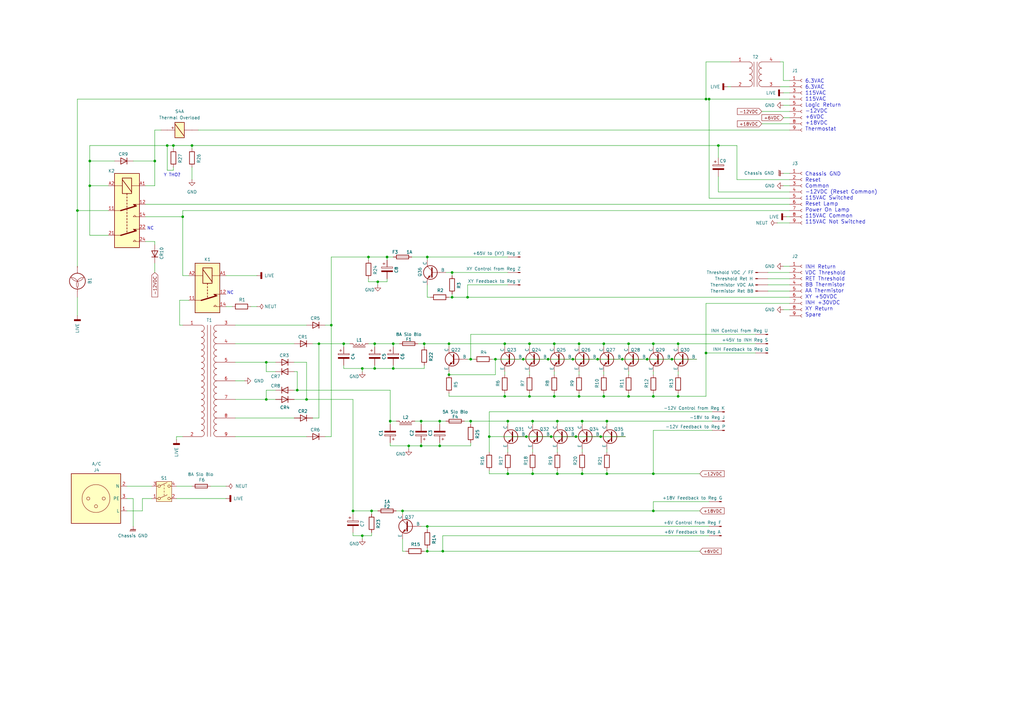
<source format=kicad_sch>
(kicad_sch (version 20250114) (generator "eeschema") (generator_version "9.0")
  (paper "A3")
  (text "Chassis GND\nReset\nCommon\n-12VDC (Reset Common)\n115VAC Switched\nReset Lamp\nPower On Lamp\n115VAC Common\n115VAC Not Switched" (at 330.2 81.28 0) (effects (font (size 1.524 1.524)) (justify left)))
  (text "NC" (at 61.722 93.726 0) (effects (font (size 1.27 1.27))))
  (text "Y THO?" (at 70.612 71.882 0) (effects (font (size 1.27 1.27))))
  (text "6.3VAC\n6.3VAC\n115VAC\n115VAC\nLogic Return\n-12VDC\n+6VDC\n+18VDC\nThermostat" (at 330.2 43.18 0) (effects (font (size 1.524 1.524)) (justify left)))
  (text "INH Return\nVDC Threshold\nRET Threshold\nBB Thermistor\nAA Thermistor\nXY +50VDC\nINH +30VDC\nXY Return\nSpare" (at 330.2 119.38 0) (effects (font (size 1.524 1.524)) (justify left)))
  (text "NC" (at 94.488 120.142 0) (effects (font (size 1.27 1.27))))
  (junction (at 248.92 194.31))
  (junction (at 257.81 162.56))
  (junction (at 228.6 194.31))
  (junction (at 184.15 153.67))
  (junction (at 191.77 121.92))
  (junction (at 257.81 140.97))
  (junction (at 245.11 147.32))
  (junction (at 247.65 162.56))
  (junction (at 246.38 179.07))
  (junction (at 218.44 172.72))
  (junction (at 267.97 162.56))
  (junction (at 193.04 147.32))
  (junction (at 71.12 59.69))
  (junction (at 275.59 147.32))
  (junction (at 193.04 172.72))
  (junction (at 36.83 66.04))
  (junction (at 172.72 172.72))
  (junction (at 289.56 144.78))
  (junction (at 278.13 162.56))
  (junction (at 140.97 140.97))
  (junction (at 227.33 162.56))
  (junction (at 185.42 111.76))
  (junction (at 148.59 219.71))
  (junction (at 175.26 105.41))
  (junction (at 218.44 194.31))
  (junction (at 208.28 172.72))
  (junction (at 161.29 140.97))
  (junction (at 237.49 140.97))
  (junction (at 200.66 179.07))
  (junction (at 125.73 163.83))
  (junction (at 267.97 140.97))
  (junction (at 203.2 147.32))
  (junction (at 265.43 147.32))
  (junction (at 184.15 140.97))
  (junction (at 109.22 148.59))
  (junction (at 154.94 115.57))
  (junction (at 144.78 209.55))
  (junction (at 226.06 179.07))
  (junction (at 185.42 121.92))
  (junction (at 153.67 140.97))
  (junction (at 175.26 215.9))
  (junction (at 180.34 172.72))
  (junction (at 167.64 182.88))
  (junction (at 294.64 59.69))
  (junction (at 248.92 172.72))
  (junction (at 68.58 59.69))
  (junction (at 175.26 226.06))
  (junction (at 172.72 182.88))
  (junction (at 121.92 160.02))
  (junction (at 290.83 40.64))
  (junction (at 151.13 105.41))
  (junction (at 207.01 140.97))
  (junction (at 228.6 172.72))
  (junction (at 247.65 140.97))
  (junction (at 63.5 66.04))
  (junction (at 214.63 147.32))
  (junction (at 267.97 209.55))
  (junction (at 158.75 105.41))
  (junction (at 289.56 40.64))
  (junction (at 165.1 209.55))
  (junction (at 160.02 172.72))
  (junction (at 36.83 76.2))
  (junction (at 238.76 172.72))
  (junction (at 208.28 194.31))
  (junction (at 207.01 162.56))
  (junction (at 135.89 133.35))
  (junction (at 148.59 151.13))
  (junction (at 181.61 226.06))
  (junction (at 109.22 163.83))
  (junction (at 152.4 209.55))
  (junction (at 173.99 140.97))
  (junction (at 237.49 162.56))
  (junction (at 236.22 179.07))
  (junction (at 267.97 194.31))
  (junction (at 227.33 140.97))
  (junction (at 278.13 140.97))
  (junction (at 74.93 88.9))
  (junction (at 238.76 194.31))
  (junction (at 31.75 86.36))
  (junction (at 161.29 151.13))
  (junction (at 180.34 182.88))
  (junction (at 78.74 59.69))
  (junction (at 215.9 179.07))
  (junction (at 234.95 147.32))
  (junction (at 255.27 147.32))
  (junction (at 217.17 140.97))
  (junction (at 130.81 140.97))
  (junction (at 217.17 162.56))
  (junction (at 224.79 147.32))
  (junction (at 153.67 151.13))
  (wire (pts (xy 160.02 181.61) (xy 160.02 182.88)))
  (wire (pts (xy 63.5 53.34) (xy 63.5 66.04)))
  (wire (pts (xy 236.22 179.07) (xy 246.38 179.07)))
  (wire (pts (xy 267.97 140.97) (xy 267.97 142.24)))
  (wire (pts (xy 314.96 116.84) (xy 323.85 116.84)))
  (wire (pts (xy 255.27 147.32) (xy 265.43 147.32)))
  (wire (pts (xy 144.78 163.83) (xy 125.73 163.83)))
  (wire (pts (xy 68.58 69.85) (xy 68.58 59.69)))
  (wire (pts (xy 63.5 107.95) (xy 63.5 111.76)))
  (wire (pts (xy 175.26 215.9) (xy 172.72 215.9)))
  (wire (pts (xy 321.31 71.12) (xy 323.85 71.12)))
  (wire (pts (xy 184.15 162.56) (xy 207.01 162.56)))
  (wire (pts (xy 153.67 149.86) (xy 153.67 151.13)))
  (wire (pts (xy 125.73 163.83) (xy 125.73 148.59)))
  (wire (pts (xy 321.31 33.02) (xy 321.31 25.4)))
  (wire (pts (xy 160.02 173.99) (xy 160.02 172.72)))
  (wire (pts (xy 81.28 53.34) (xy 323.85 53.34)))
  (wire (pts (xy 290.83 81.28) (xy 290.83 40.64)))
  (wire (pts (xy 298.45 35.56) (xy 299.72 35.56)))
  (wire (pts (xy 160.02 182.88) (xy 167.64 182.88)))
  (wire (pts (xy 96.52 133.35) (xy 125.73 133.35)))
  (wire (pts (xy 218.44 184.15) (xy 218.44 185.42)))
  (wire (pts (xy 175.26 217.17) (xy 175.26 215.9)))
  (wire (pts (xy 130.81 140.97) (xy 128.27 140.97)))
  (wire (pts (xy 214.63 147.32) (xy 224.79 147.32)))
  (wire (pts (xy 287.02 226.06) (xy 181.61 226.06)))
  (wire (pts (xy 63.5 76.2) (xy 59.69 76.2)))
  (wire (pts (xy 321.31 76.2) (xy 323.85 76.2)))
  (wire (pts (xy 267.97 205.74) (xy 267.97 209.55)))
  (wire (pts (xy 130.81 171.45) (xy 130.81 140.97)))
  (wire (pts (xy 152.4 210.82) (xy 152.4 209.55)))
  (wire (pts (xy 158.75 105.41) (xy 151.13 105.41)))
  (wire (pts (xy 161.29 140.97) (xy 163.83 140.97)))
  (wire (pts (xy 165.1 209.55) (xy 165.1 210.82)))
  (wire (pts (xy 248.92 172.72) (xy 248.92 173.99)))
  (wire (pts (xy 318.77 91.44) (xy 323.85 91.44)))
  (wire (pts (xy 96.52 171.45) (xy 120.65 171.45)))
  (wire (pts (xy 63.5 100.33) (xy 63.5 99.06)))
  (wire (pts (xy 193.04 181.61) (xy 193.04 182.88)))
  (wire (pts (xy 72.39 180.34) (xy 72.39 179.07)))
  (wire (pts (xy 321.31 25.4) (xy 320.04 25.4)))
  (wire (pts (xy 52.07 204.47) (xy 54.61 204.47)))
  (wire (pts (xy 151.13 105.41) (xy 135.89 105.41)))
  (wire (pts (xy 144.78 219.71) (xy 144.78 218.44)))
  (wire (pts (xy 191.77 121.92) (xy 185.42 121.92)))
  (wire (pts (xy 140.97 142.24) (xy 140.97 140.97)))
  (wire (pts (xy 96.52 148.59) (xy 109.22 148.59)))
  (wire (pts (xy 54.61 66.04) (xy 63.5 66.04)))
  (wire (pts (xy 71.12 68.58) (xy 71.12 69.85)))
  (wire (pts (xy 248.92 194.31) (xy 248.92 193.04)))
  (wire (pts (xy 128.27 171.45) (xy 130.81 171.45)))
  (wire (pts (xy 185.42 113.03) (xy 185.42 111.76)))
  (wire (pts (xy 181.61 219.71) (xy 181.61 226.06)))
  (wire (pts (xy 200.66 168.91) (xy 292.1 168.91)))
  (wire (pts (xy 267.97 194.31) (xy 287.02 194.31)))
  (wire (pts (xy 172.72 182.88) (xy 180.34 182.88)))
  (wire (pts (xy 224.79 147.32) (xy 234.95 147.32)))
  (wire (pts (xy 152.4 209.55) (xy 154.94 209.55)))
  (wire (pts (xy 267.97 209.55) (xy 287.02 209.55)))
  (wire (pts (xy 248.92 184.15) (xy 248.92 185.42)))
  (wire (pts (xy 162.56 209.55) (xy 165.1 209.55)))
  (wire (pts (xy 78.74 59.69) (xy 78.74 60.96)))
  (wire (pts (xy 173.99 142.24) (xy 173.99 140.97)))
  (wire (pts (xy 200.66 168.91) (xy 200.66 179.07)))
  (wire (pts (xy 246.38 179.07) (xy 256.54 179.07)))
  (wire (pts (xy 200.66 185.42) (xy 200.66 179.07)))
  (wire (pts (xy 184.15 153.67) (xy 203.2 153.67)))
  (wire (pts (xy 184.15 161.29) (xy 184.15 162.56)))
  (wire (pts (xy 109.22 152.4) (xy 109.22 148.59)))
  (wire (pts (xy 74.93 86.36) (xy 323.85 86.36)))
  (wire (pts (xy 289.56 124.46) (xy 289.56 144.78)))
  (wire (pts (xy 314.96 114.3) (xy 323.85 114.3)))
  (wire (pts (xy 208.28 193.04) (xy 208.28 194.31)))
  (wire (pts (xy 193.04 147.32) (xy 194.31 147.32)))
  (wire (pts (xy 193.04 137.16) (xy 193.04 147.32)))
  (wire (pts (xy 267.97 162.56) (xy 278.13 162.56)))
  (wire (pts (xy 227.33 152.4) (xy 227.33 153.67)))
  (wire (pts (xy 180.34 182.88) (xy 193.04 182.88)))
  (wire (pts (xy 321.31 48.26) (xy 323.85 48.26)))
  (wire (pts (xy 144.78 163.83) (xy 144.78 209.55)))
  (wire (pts (xy 165.1 226.06) (xy 165.1 220.98)))
  (wire (pts (xy 217.17 161.29) (xy 217.17 162.56)))
  (wire (pts (xy 237.49 140.97) (xy 227.33 140.97)))
  (wire (pts (xy 181.61 226.06) (xy 175.26 226.06)))
  (wire (pts (xy 245.11 147.32) (xy 255.27 147.32)))
  (wire (pts (xy 180.34 172.72) (xy 182.88 172.72)))
  (wire (pts (xy 228.6 194.31) (xy 238.76 194.31)))
  (wire (pts (xy 267.97 176.53) (xy 267.97 194.31)))
  (wire (pts (xy 71.12 69.85) (xy 68.58 69.85)))
  (wire (pts (xy 175.26 106.68) (xy 175.26 105.41)))
  (wire (pts (xy 36.83 66.04) (xy 36.83 76.2)))
  (wire (pts (xy 289.56 162.56) (xy 278.13 162.56)))
  (wire (pts (xy 215.9 179.07) (xy 226.06 179.07)))
  (wire (pts (xy 121.92 152.4) (xy 120.65 152.4)))
  (wire (pts (xy 208.28 194.31) (xy 218.44 194.31)))
  (wire (pts (xy 323.85 73.66) (xy 302.26 73.66)))
  (wire (pts (xy 217.17 152.4) (xy 217.17 153.67)))
  (wire (pts (xy 161.29 142.24) (xy 161.29 140.97)))
  (wire (pts (xy 302.26 73.66) (xy 302.26 59.69)))
  (wire (pts (xy 152.4 209.55) (xy 144.78 209.55)))
  (wire (pts (xy 135.89 105.41) (xy 135.89 133.35)))
  (wire (pts (xy 200.66 179.07) (xy 215.9 179.07)))
  (wire (pts (xy 290.83 219.71) (xy 181.61 219.71)))
  (wire (pts (xy 237.49 161.29) (xy 237.49 162.56)))
  (wire (pts (xy 191.77 121.92) (xy 323.85 121.92)))
  (wire (pts (xy 248.92 194.31) (xy 267.97 194.31)))
  (wire (pts (xy 120.65 160.02) (xy 121.92 160.02)))
  (wire (pts (xy 44.45 86.36) (xy 31.75 86.36)))
  (wire (pts (xy 228.6 172.72) (xy 228.6 173.99)))
  (wire (pts (xy 218.44 193.04) (xy 218.44 194.31)))
  (wire (pts (xy 323.85 78.74) (xy 294.64 78.74)))
  (wire (pts (xy 109.22 148.59) (xy 113.03 148.59)))
  (wire (pts (xy 309.88 137.16) (xy 193.04 137.16)))
  (wire (pts (xy 154.94 116.84) (xy 154.94 115.57)))
  (wire (pts (xy 140.97 140.97) (xy 143.51 140.97)))
  (wire (pts (xy 73.66 123.19) (xy 73.66 133.35)))
  (wire (pts (xy 227.33 162.56) (xy 237.49 162.56)))
  (wire (pts (xy 165.1 209.55) (xy 267.97 209.55)))
  (wire (pts (xy 228.6 184.15) (xy 228.6 185.42)))
  (wire (pts (xy 312.42 45.72) (xy 323.85 45.72)))
  (wire (pts (xy 160.02 160.02) (xy 121.92 160.02)))
  (wire (pts (xy 217.17 140.97) (xy 217.17 142.24)))
  (wire (pts (xy 140.97 149.86) (xy 140.97 151.13)))
  (wire (pts (xy 133.35 179.07) (xy 135.89 179.07)))
  (wire (pts (xy 321.31 127) (xy 323.85 127)))
  (wire (pts (xy 71.12 59.69) (xy 78.74 59.69)))
  (wire (pts (xy 247.65 140.97) (xy 247.65 142.24)))
  (wire (pts (xy 72.39 199.39) (xy 78.74 199.39)))
  (wire (pts (xy 238.76 172.72) (xy 238.76 173.99)))
  (wire (pts (xy 172.72 181.61) (xy 172.72 182.88)))
  (wire (pts (xy 217.17 162.56) (xy 227.33 162.56)))
  (wire (pts (xy 148.59 151.13) (xy 153.67 151.13)))
  (wire (pts (xy 158.75 114.3) (xy 158.75 115.57)))
  (wire (pts (xy 72.39 179.07) (xy 74.93 179.07)))
  (wire (pts (xy 184.15 121.92) (xy 185.42 121.92)))
  (wire (pts (xy 176.53 121.92) (xy 175.26 121.92)))
  (wire (pts (xy 161.29 140.97) (xy 153.67 140.97)))
  (wire (pts (xy 52.07 209.55) (xy 58.42 209.55)))
  (wire (pts (xy 166.37 226.06) (xy 165.1 226.06)))
  (wire (pts (xy 207.01 152.4) (xy 207.01 153.67)))
  (wire (pts (xy 36.83 66.04) (xy 46.99 66.04)))
  (wire (pts (xy 153.67 151.13) (xy 161.29 151.13)))
  (wire (pts (xy 309.88 144.78) (xy 289.56 144.78)))
  (wire (pts (xy 267.97 140.97) (xy 257.81 140.97)))
  (wire (pts (xy 148.59 220.98) (xy 148.59 219.71)))
  (wire (pts (xy 96.52 156.21) (xy 100.33 156.21)))
  (wire (pts (xy 323.85 81.28) (xy 290.83 81.28)))
  (wire (pts (xy 175.26 215.9) (xy 290.83 215.9)))
  (wire (pts (xy 323.85 88.9) (xy 322.58 88.9)))
  (wire (pts (xy 185.42 111.76) (xy 208.28 111.76)))
  (wire (pts (xy 289.56 124.46) (xy 323.85 124.46)))
  (wire (pts (xy 154.94 115.57) (xy 151.13 115.57)))
  (wire (pts (xy 63.5 66.04) (xy 63.5 76.2)))
  (wire (pts (xy 257.81 140.97) (xy 247.65 140.97)))
  (wire (pts (xy 321.31 109.22) (xy 323.85 109.22)))
  (wire (pts (xy 63.5 53.34) (xy 66.04 53.34)))
  (wire (pts (xy 267.97 176.53) (xy 292.1 176.53)))
  (wire (pts (xy 227.33 140.97) (xy 217.17 140.97)))
  (wire (pts (xy 247.65 161.29) (xy 247.65 162.56)))
  (wire (pts (xy 152.4 218.44) (xy 152.4 219.71)))
  (wire (pts (xy 140.97 140.97) (xy 130.81 140.97)))
  (wire (pts (xy 257.81 152.4) (xy 257.81 153.67)))
  (wire (pts (xy 321.31 43.18) (xy 323.85 43.18)))
  (wire (pts (xy 77.47 123.19) (xy 73.66 123.19)))
  (wire (pts (xy 289.56 40.64) (xy 290.83 40.64)))
  (wire (pts (xy 314.96 119.38) (xy 323.85 119.38)))
  (wire (pts (xy 158.75 105.41) (xy 161.29 105.41)))
  (wire (pts (xy 257.81 140.97) (xy 257.81 142.24)))
  (wire (pts (xy 203.2 147.32) (xy 214.63 147.32)))
  (wire (pts (xy 237.49 140.97) (xy 237.49 142.24)))
  (wire (pts (xy 160.02 172.72) (xy 160.02 160.02)))
  (wire (pts (xy 290.83 205.74) (xy 267.97 205.74)))
  (wire (pts (xy 170.18 172.72) (xy 172.72 172.72)))
  (wire (pts (xy 36.83 59.69) (xy 36.83 66.04)))
  (wire (pts (xy 226.06 179.07) (xy 236.22 179.07)))
  (wire (pts (xy 299.72 25.4) (xy 289.56 25.4)))
  (wire (pts (xy 290.83 40.64) (xy 323.85 40.64)))
  (wire (pts (xy 167.64 182.88) (xy 172.72 182.88)))
  (wire (pts (xy 162.56 172.72) (xy 160.02 172.72)))
  (wire (pts (xy 161.29 151.13) (xy 161.29 149.86)))
  (wire (pts (xy 289.56 25.4) (xy 289.56 40.64)))
  (wire (pts (xy 36.83 76.2) (xy 36.83 96.52)))
  (wire (pts (xy 135.89 179.07) (xy 135.89 133.35)))
  (wire (pts (xy 168.91 105.41) (xy 175.26 105.41)))
  (wire (pts (xy 78.74 68.58) (xy 78.74 73.66)))
  (wire (pts (xy 267.97 161.29) (xy 267.97 162.56)))
  (wire (pts (xy 109.22 160.02) (xy 109.22 163.83)))
  (wire (pts (xy 73.66 133.35) (xy 74.93 133.35)))
  (wire (pts (xy 58.42 209.55) (xy 58.42 204.47)))
  (wire (pts (xy 314.96 111.76) (xy 323.85 111.76)))
  (wire (pts (xy 289.56 144.78) (xy 289.56 162.56)))
  (wire (pts (xy 151.13 140.97) (xy 153.67 140.97)))
  (wire (pts (xy 208.28 172.72) (xy 208.28 173.99)))
  (wire (pts (xy 218.44 172.72) (xy 208.28 172.72)))
  (wire (pts (xy 208.28 116.84) (xy 191.77 116.84)))
  (wire (pts (xy 207.01 162.56) (xy 217.17 162.56)))
  (wire (pts (xy 113.03 152.4) (xy 109.22 152.4)))
  (wire (pts (xy 172.72 172.72) (xy 172.72 173.99)))
  (wire (pts (xy 234.95 147.32) (xy 245.11 147.32)))
  (wire (pts (xy 125.73 148.59) (xy 120.65 148.59)))
  (wire (pts (xy 203.2 153.67) (xy 203.2 147.32)))
  (wire (pts (xy 200.66 193.04) (xy 200.66 194.31)))
  (wire (pts (xy 193.04 173.99) (xy 193.04 172.72)))
  (wire (pts (xy 278.13 162.56) (xy 278.13 161.29)))
  (wire (pts (xy 247.65 162.56) (xy 257.81 162.56)))
  (wire (pts (xy 257.81 161.29) (xy 257.81 162.56)))
  (wire (pts (xy 102.87 125.73) (xy 105.41 125.73)))
  (wire (pts (xy 78.74 59.69) (xy 294.64 59.69)))
  (wire (pts (xy 121.92 160.02) (xy 121.92 152.4)))
  (wire (pts (xy 228.6 172.72) (xy 218.44 172.72)))
  (wire (pts (xy 265.43 147.32) (xy 275.59 147.32)))
  (wire (pts (xy 86.36 199.39) (xy 92.71 199.39)))
  (wire (pts (xy 323.85 35.56) (xy 320.04 35.56)))
  (wire (pts (xy 184.15 140.97) (xy 184.15 142.24)))
  (wire (pts (xy 185.42 121.92) (xy 185.42 120.65)))
  (wire (pts (xy 294.64 78.74) (xy 294.64 72.39)))
  (wire (pts (xy 238.76 184.15) (xy 238.76 185.42)))
  (wire (pts (xy 31.75 129.54) (xy 31.75 121.92)))
  (wire (pts (xy 228.6 193.04) (xy 228.6 194.31)))
  (wire (pts (xy 31.75 40.64) (xy 31.75 86.36)))
  (wire (pts (xy 237.49 152.4) (xy 237.49 153.67)))
  (wire (pts (xy 72.39 204.47) (xy 92.71 204.47)))
  (wire (pts (xy 278.13 140.97) (xy 278.13 142.24)))
  (wire (pts (xy 217.17 140.97) (xy 207.01 140.97)))
  (wire (pts (xy 184.15 153.67) (xy 184.15 152.4)))
  (wire (pts (xy 151.13 115.57) (xy 151.13 114.3)))
  (wire (pts (xy 158.75 115.57) (xy 154.94 115.57)))
  (wire (pts (xy 140.97 151.13) (xy 148.59 151.13)))
  (wire (pts (xy 227.33 140.97) (xy 227.33 142.24)))
  (wire (pts (xy 294.64 64.77) (xy 294.64 59.69)))
  (wire (pts (xy 31.75 86.36) (xy 31.75 109.22)))
  (wire (pts (xy 153.67 140.97) (xy 153.67 142.24)))
  (wire (pts (xy 218.44 194.31) (xy 228.6 194.31)))
  (wire (pts (xy 238.76 194.31) (xy 248.92 194.31)))
  (wire (pts (xy 173.99 151.13) (xy 161.29 151.13)))
  (wire (pts (xy 172.72 172.72) (xy 180.34 172.72)))
  (wire (pts (xy 71.12 59.69) (xy 71.12 60.96)))
  (wire (pts (xy 77.47 113.03) (xy 74.93 113.03)))
  (wire (pts (xy 247.65 152.4) (xy 247.65 153.67)))
  (wire (pts (xy 267.97 152.4) (xy 267.97 153.67)))
  (wire (pts (xy 54.61 215.9) (xy 54.61 204.47)))
  (wire (pts (xy 247.65 140.97) (xy 237.49 140.97)))
  (wire (pts (xy 167.64 184.15) (xy 167.64 182.88)))
  (wire (pts (xy 96.52 179.07) (xy 125.73 179.07)))
  (wire (pts (xy 59.69 88.9) (xy 74.93 88.9)))
  (wire (pts (xy 227.33 161.29) (xy 227.33 162.56)))
  (wire (pts (xy 58.42 204.47) (xy 62.23 204.47)))
  (wire (pts (xy 175.26 224.79) (xy 175.26 226.06)))
  (wire (pts (xy 44.45 76.2) (xy 36.83 76.2)))
  (wire (pts (xy 113.03 160.02) (xy 109.22 160.02)))
  (wire (pts (xy 135.89 133.35) (xy 133.35 133.35)))
  (wire (pts (xy 208.28 172.72) (xy 193.04 172.72)))
  (wire (pts (xy 218.44 172.72) (xy 218.44 173.99)))
  (wire (pts (xy 175.26 226.06) (xy 173.99 226.06)))
  (wire (pts (xy 158.75 106.68) (xy 158.75 105.41)))
  (wire (pts (xy 173.99 149.86) (xy 173.99 151.13)))
  (wire (pts (xy 200.66 194.31) (xy 208.28 194.31)))
  (wire (pts (xy 257.81 162.56) (xy 267.97 162.56)))
  (wire (pts (xy 278.13 152.4) (xy 278.13 153.67)))
  (wire (pts (xy 36.83 59.69) (xy 68.58 59.69)))
  (wire (pts (xy 74.93 113.03) (xy 74.93 88.9)))
  (wire (pts (xy 278.13 140.97) (xy 267.97 140.97)))
  (wire (pts (xy 148.59 219.71) (xy 144.78 219.71)))
  (wire (pts (xy 238.76 172.72) (xy 228.6 172.72)))
  (wire (pts (xy 185.42 111.76) (xy 182.88 111.76)))
  (wire (pts (xy 52.07 199.39) (xy 62.23 199.39)))
  (wire (pts (xy 151.13 106.68) (xy 151.13 105.41)))
  (wire (pts (xy 109.22 163.83) (xy 113.03 163.83)))
  (wire (pts (xy 31.75 40.64) (xy 289.56 40.64)))
  (wire (pts (xy 191.77 147.32) (xy 193.04 147.32)))
  (wire (pts (xy 203.2 147.32) (xy 201.93 147.32)))
  (wire (pts (xy 96.52 163.83) (xy 109.22 163.83)))
  (wire (pts (xy 180.34 181.61) (xy 180.34 182.88)))
  (wire (pts (xy 96.52 140.97) (xy 120.65 140.97)))
  (wire (pts (xy 68.58 59.69) (xy 71.12 59.69)))
  (wire (pts (xy 144.78 209.55) (xy 144.78 210.82)))
  (wire (pts (xy 74.93 88.9) (xy 74.93 86.36)))
  (wire (pts (xy 92.71 125.73) (xy 95.25 125.73)))
  (wire (pts (xy 59.69 83.82) (xy 323.85 83.82)))
  (wire (pts (xy 175.26 121.92) (xy 175.26 116.84)))
  (wire (pts (xy 175.26 105.41) (xy 208.28 105.41)))
  (wire (pts (xy 152.4 219.71) (xy 148.59 219.71)))
  (wire (pts (xy 207.01 161.29) (xy 207.01 162.56)))
  (wire (pts (xy 148.59 152.4) (xy 148.59 151.13)))
  (wire (pts (xy 238.76 193.04) (xy 238.76 194.31)))
  (wire (pts (xy 237.49 162.56) (xy 247.65 162.56)))
  (wire (pts (xy 63.5 99.06) (xy 59.69 99.06)))
  (wire (pts (xy 309.88 140.97) (xy 278.13 140.97)))
  (wire (pts (xy 248.92 172.72) (xy 238.76 172.72)))
  (wire (pts (xy 294.64 59.69) (xy 302.26 59.69)))
  (wire (pts (xy 207.01 140.97) (xy 207.01 142.24)))
  (wire (pts (xy 92.71 113.03) (xy 105.41 113.03)))
  (wire (pts (xy 275.59 147.32) (xy 285.75 147.32)))
  (wire (pts (xy 208.28 184.15) (xy 208.28 185.42)))
  (wire (pts (xy 193.04 172.72) (xy 190.5 172.72)))
  (wire (pts (xy 248.92 172.72) (xy 292.1 172.72)))
  (wire (pts (xy 191.77 116.84) (xy 191.77 121.92)))
  (wire (pts (xy 36.83 96.52) (xy 44.45 96.52)))
  (wire (pts (xy 321.31 38.1) (xy 323.85 38.1)))
  (wire (pts (xy 207.01 140.97) (xy 184.15 140.97)))
  (wire (pts (xy 184.15 140.97) (xy 173.99 140.97)))
  (wire (pts (xy 323.85 33.02) (xy 321.31 33.02)))
  (wire (pts (xy 180.34 173.99) (xy 180.34 172.72)))
  (wire (pts (xy 312.42 50.8) (xy 323.85 50.8)))
  (wire (pts (xy 120.65 163.83) (xy 125.73 163.83)))
  (wire (pts (xy 173.99 140.97) (xy 171.45 140.97)))
  (global_label "-12VDC" (shape input) (at 312.42 45.72 180) (property "Intersheetrefs" "${INTERSHEET_REFS}" (effects (hide yes))))
  (global_label "+6VDC" (shape input) (at 321.31 48.26 180) (property "Intersheetrefs" "${INTERSHEET_REFS}" (effects (hide yes))))
  (global_label "+6VDC" (shape input) (at 287.02 226.06 0) (property "Intersheetrefs" "${INTERSHEET_REFS}" (effects (hide yes))))
  (global_label "-12VDC" (shape input) (at 63.5 111.76 270) (property "Intersheetrefs" "${INTERSHEET_REFS}" (effects (hide yes))))
  (global_label "-12VDC" (shape input) (at 287.02 194.31 0) (property "Intersheetrefs" "${INTERSHEET_REFS}" (effects (hide yes))))
  (global_label "+18VDC" (shape input) (at 312.42 50.8 180) (property "Intersheetrefs" "${INTERSHEET_REFS}" (effects (hide yes))))
  (global_label "+18VDC" (shape input) (at 287.02 209.55 0) (property "Intersheetrefs" "${INTERSHEET_REFS}" (effects (hide yes))))
  (symbol (lib_id "User:Transformer_1P_1S") (at 86.36 138.43 0) (unit 1)
    (property "Reference" "T1" (at 85.852 131.318 0))
    (property "Value" "Transformer_1P_7S" (effects (hide yes)))
    (property "Description" "Transformer, single primary, seven secondary" (effects (hide yes)))
  )
  (symbol (lib_id "power:PWR_FLAG") (at 318.77 91.44 90) (unit 1)
    (property "Reference" "#FLG02" (effects (hide yes)))
    (property "Value" "NEUT" (at 314.96 91.4399 90) (effects (justify left)))
    (property "Description" "Special symbol for telling ERC where power comes from" (effects (hide yes)))
  )
  (symbol (lib_id "power:GND") (at 321.31 76.2 270) (unit 1)
    (property "Reference" "#PWR013" (effects (hide yes)))
    (property "Value" "GND" (at 315.722 76.2 90))
    (property "Description" "Power symbol creates a global label with name \"GND\" , ground" (effects (hide yes)))
  )
  (symbol (lib_id "Device:D") (at 116.84 163.83 180) (unit 1)
    (property "Reference" "CR4" (at 116.84 167.132 0))
    (property "Value" "D" (effects (hide yes)))
    (property "Description" "Diode" (effects (hide yes)))
    (property "Sim.Device" "D" (effects (hide yes)))
    (property "Sim.Pins" "1=K 2=A" (effects (hide yes)))
  )
  (symbol (lib_id "Device:R") (at 208.28 189.23 0) (unit 1)
    (property "Reference" "R17" (at 205.486 188.976 90))
    (property "Value" "R" (effects (hide yes)))
    (property "Description" "Resistor" (effects (hide yes)))
  )
  (symbol (lib_id "Simulation_SPICE:NPN") (at 240.03 147.32 0) (mirror y) (unit 1)
    (property "Reference" "Q26" (at 242.316 143.51 0) (effects (justify left)))
    (property "Value" "NPN" (effects (hide yes)))
    (property "Datasheet" "https://ngspice.sourceforge.io/docs/ngspice-html-manual/manual.xhtml#cha_BJTs" (effects (hide yes)))
    (property "Description" "Bipolar transistor symbol for simulation only, substrate tied to the emitter" (effects (hide yes)))
    (property "Sim.Device" "NPN" (effects (hide yes)))
    (property "Sim.Type" "GUMMELPOON" (effects (hide yes)))
    (property "Sim.Pins" "1=C 2=B 3=E" (effects (hide yes)))
  )
  (symbol (lib_id "Device:R") (at 267.97 157.48 0) (unit 1)
    (property "Reference" "R12" (at 265.176 157.226 90))
    (property "Value" "R" (effects (hide yes)))
    (property "Description" "Resistor" (effects (hide yes)))
  )
  (symbol (lib_id "Device:R") (at 78.74 64.77 180) (unit 1)
    (property "Reference" "R26" (at 81.534 65.024 90))
    (property "Value" "R" (effects (hide yes)))
    (property "Description" "Resistor" (effects (hide yes)))
  )
  (symbol (lib_id "Relay:COTO_3660_Split") (at 73.66 53.34 90) (unit 1)
    (property "Reference" "S4" (at 73.66 45.72 90))
    (property "Value" "Thermal Overload" (at 73.66 48.26 90))
    (property "Footprint" "Relay_THT:Relay_3PST_COTO_3660" (effects (hide yes)))
    (property "Datasheet" "https://cotorelay.com/wp-content/uploads/2014/09/3600_series_reed_relay_datasheet.pdf" (effects (hide yes)))
    (property "Description" "Low thermal EMF 3PST-NO reed relay, 150V 0.25A, similar to 3650 but with shared shield/contact, 30.48x16.76x12.06mm" (effects (hide yes)))
  )
  (symbol (lib_id "Connector:Conn_01x01_Pin") (at 314.96 140.97 180) (unit 1)
    (property "Reference" "J9" (effects (hide yes)))
    (property "Value" "+45V to INH Reg S" (at 305.562 139.446 0))
    (property "Description" "Generic connector, single row, 01x01, script generated" (effects (hide yes)))
  )
  (symbol (lib_id "Device:C_Polarized") (at 140.97 146.05 0) (unit 1)
    (property "Reference" "C4" (at 144.78 147.574 90) (effects (justify left)))
    (property "Value" "2000uF" (effects (hide yes)))
    (property "Description" "Polarized capacitor" (effects (hide yes)))
  )
  (symbol (lib_id "Device:D") (at 50.8 66.04 180) (unit 1)
    (property "Reference" "CR9" (at 50.546 63.246 0))
    (property "Value" "D" (effects (hide yes)))
    (property "Description" "Diode" (effects (hide yes)))
    (property "Sim.Device" "D" (effects (hide yes)))
    (property "Sim.Pins" "1=K 2=A" (effects (hide yes)))
  )
  (symbol (lib_id "Device:R") (at 185.42 116.84 180) (unit 1)
    (property "Reference" "R3" (at 188.214 117.094 90))
    (property "Value" "R" (effects (hide yes)))
    (property "Description" "Resistor" (effects (hide yes)))
  )
  (symbol (lib_id "Connector:Conn_01x01_Pin") (at 314.96 137.16 180) (unit 1)
    (property "Reference" "J10" (effects (hide yes)))
    (property "Value" "INH Control from Reg U" (at 303.276 135.636 0))
    (property "Description" "Generic connector, single row, 01x01, script generated" (effects (hide yes)))
  )
  (symbol (lib_id "Device:Fuse") (at 167.64 140.97 90) (unit 1)
    (property "Reference" "F1" (at 167.64 139.192 90))
    (property "Value" "8A Slo Blo" (at 167.64 137.16 90))
    (property "Description" "Fuse" (effects (hide yes)))
  )
  (symbol (lib_id "Simulation_SPICE:NPN") (at 167.64 215.9 0) (mirror y) (unit 1)
    (property "Reference" "Q37" (at 169.926 212.09 0) (effects (justify left)))
    (property "Value" "NPN" (effects (hide yes)))
    (property "Datasheet" "https://ngspice.sourceforge.io/docs/ngspice-html-manual/manual.xhtml#cha_BJTs" (effects (hide yes)))
    (property "Description" "Bipolar transistor symbol for simulation only, substrate tied to the emitter" (effects (hide yes)))
    (property "Sim.Device" "NPN" (effects (hide yes)))
    (property "Sim.Type" "GUMMELPOON" (effects (hide yes)))
    (property "Sim.Pins" "1=C 2=B 3=E" (effects (hide yes)))
  )
  (symbol (lib_id "Connector:Conn_01x01_Pin") (at 309.88 119.38 0) (unit 1)
    (property "Reference" "J20" (effects (hide yes)))
    (property "Value" "Thermistor Ret BB" (at 300.228 119.38 0))
    (property "Description" "Generic connector, single row, 01x01, script generated" (effects (hide yes)))
  )
  (symbol (lib_id "Simulation_SPICE:NPN") (at 219.71 147.32 0) (mirror y) (unit 1)
    (property "Reference" "Q24" (at 221.996 143.51 0) (effects (justify left)))
    (property "Value" "NPN" (effects (hide yes)))
    (property "Datasheet" "https://ngspice.sourceforge.io/docs/ngspice-html-manual/manual.xhtml#cha_BJTs" (effects (hide yes)))
    (property "Description" "Bipolar transistor symbol for simulation only, substrate tied to the emitter" (effects (hide yes)))
    (property "Sim.Device" "NPN" (effects (hide yes)))
    (property "Sim.Type" "GUMMELPOON" (effects (hide yes)))
    (property "Sim.Pins" "1=C 2=B 3=E" (effects (hide yes)))
  )
  (symbol (lib_id "Connector:Conn_01x09_Socket") (at 328.93 81.28 0) (unit 1)
    (property "Reference" "J3" (at 324.866 67.056 0) (effects (justify left)))
    (property "Value" "Conn_01x09_Socket" (effects (hide yes)))
    (property "Description" "Generic connector, single row, 01x09, script generated" (effects (hide yes)))
  )
  (symbol (lib_id "Device:L_Iron") (at 166.37 172.72 270) (unit 1)
    (property "Reference" "L2" (at 166.37 171.196 90))
    (property "Value" "L_Iron" (effects (hide yes)))
    (property "Description" "Inductor with iron core" (effects (hide yes)))
  )
  (symbol (lib_id "Simulation_SPICE:NPN") (at 186.69 147.32 0) (mirror y) (unit 1)
    (property "Reference" "Q22" (at 188.976 143.51 0) (effects (justify left)))
    (property "Value" "NPN" (effects (hide yes)))
    (property "Datasheet" "https://ngspice.sourceforge.io/docs/ngspice-html-manual/manual.xhtml#cha_BJTs" (effects (hide yes)))
    (property "Description" "Bipolar transistor symbol for simulation only, substrate tied to the emitter" (effects (hide yes)))
    (property "Sim.Device" "NPN" (effects (hide yes)))
    (property "Sim.Type" "GUMMELPOON" (effects (hide yes)))
    (property "Sim.Pins" "1=C 2=B 3=E" (effects (hide yes)))
  )
  (symbol (lib_id "Device:C_Polarized") (at 158.75 110.49 0) (unit 1)
    (property "Reference" "C8" (at 162.56 112.014 90) (effects (justify left)))
    (property "Value" "2000uF" (effects (hide yes)))
    (property "Description" "Polarized capacitor" (effects (hide yes)))
  )
  (symbol (lib_id "Connector:Conn_01x01_Pin") (at 309.88 111.76 0) (unit 1)
    (property "Reference" "J18" (effects (hide yes)))
    (property "Value" "Threshold VDC / FF" (at 299.466 111.76 0))
    (property "Description" "Generic connector, single row, 01x01, script generated" (effects (hide yes)))
  )
  (symbol (lib_id "power:GND") (at 321.31 43.18 270) (unit 1)
    (property "Reference" "#PWR014" (effects (hide yes)))
    (property "Value" "GND" (at 315.722 43.18 90))
    (property "Description" "Power symbol creates a global label with name \"GND\" , ground" (effects (hide yes)))
  )
  (symbol (lib_id "power:GND") (at 167.64 184.15 0) (unit 1)
    (property "Reference" "#PWR018" (effects (hide yes)))
    (property "Value" "GND" (at 164.338 186.182 0))
    (property "Description" "Power symbol creates a global label with name \"GND\" , ground" (effects (hide yes)))
  )
  (symbol (lib_id "Simulation_SPICE:PNP") (at 251.46 179.07 0) (mirror y) (unit 1)
    (property "Reference" "Q35" (at 255.778 176.022 0) (effects (justify left)))
    (property "Value" "PNP" (effects (hide yes)))
    (property "Datasheet" "https://ngspice.sourceforge.io/docs/ngspice-html-manual/manual.xhtml#cha_BJTs" (effects (hide yes)))
    (property "Description" "Bipolar transistor symbol for simulation only, substrate tied to the emitter" (effects (hide yes)))
    (property "Sim.Device" "PNP" (effects (hide yes)))
    (property "Sim.Type" "GUMMELPOON" (effects (hide yes)))
    (property "Sim.Pins" "1=C 2=B 3=E" (effects (hide yes)))
  )
  (symbol (lib_id "Device:R") (at 207.01 157.48 0) (unit 1)
    (property "Reference" "R6" (at 204.216 157.226 90))
    (property "Value" "R" (effects (hide yes)))
    (property "Description" "Resistor" (effects (hide yes)))
  )
  (symbol (lib_id "Connector:Conn_01x01_Pin") (at 297.18 168.91 180) (unit 1)
    (property "Reference" "J13" (effects (hide yes)))
    (property "Value" "-12V Control from Reg K" (at 284.734 167.386 0))
    (property "Description" "Generic connector, single row, 01x01, script generated" (effects (hide yes)))
  )
  (symbol (lib_id "Connector:Conn_01x01_Pin") (at 314.96 144.78 180) (unit 1)
    (property "Reference" "J11" (effects (hide yes)))
    (property "Value" "INH Feedback to Reg Q" (at 303.784 143.256 0))
    (property "Description" "Generic connector, single row, 01x01, script generated" (effects (hide yes)))
  )
  (symbol (lib_id "Simulation_SPICE:NPN") (at 177.8 111.76 0) (mirror y) (unit 1)
    (property "Reference" "Q36" (at 172.212 113.538 90) (effects (justify left)))
    (property "Value" "NPN" (effects (hide yes)))
    (property "Datasheet" "https://ngspice.sourceforge.io/docs/ngspice-html-manual/manual.xhtml#cha_BJTs" (effects (hide yes)))
    (property "Description" "Bipolar transistor symbol for simulation only, substrate tied to the emitter" (effects (hide yes)))
    (property "Sim.Device" "NPN" (effects (hide yes)))
    (property "Sim.Type" "GUMMELPOON" (effects (hide yes)))
    (property "Sim.Pins" "1=C 2=B 3=E" (effects (hide yes)))
  )
  (symbol (lib_id "Relay:Relay_SPDT") (at 85.09 118.11 270) (unit 1)
    (property "Reference" "K1" (at 85.09 106.426 90))
    (property "Value" "Relay_SPDT" (effects (hide yes)))
    (property "Description" "Relay SPDT, monostable, EN50005" (effects (hide yes)))
  )
  (symbol (lib_id "power:GNDD") (at 321.31 38.1 270) (unit 1)
    (property "Reference" "#PWR08" (effects (hide yes)))
    (property "Value" "LIVE" (at 318.262 38.1 90) (effects (justify right)))
    (property "Description" "Power symbol creates a global label with name \"GNDD\" , digital ground" (effects (hide yes)))
  )
  (symbol (lib_id "Connector:Conn_01x09_Socket") (at 328.93 119.38 0) (unit 1)
    (property "Reference" "J2" (at 324.866 105.156 0) (effects (justify left)))
    (property "Value" "Conn_01x09_Socket" (effects (hide yes)))
    (property "Description" "Generic connector, single row, 01x09, script generated" (effects (hide yes)))
  )
  (symbol (lib_id "power:GNDD") (at 72.39 180.34 0) (unit 1)
    (property "Reference" "#PWR05" (effects (hide yes)))
    (property "Value" "LIVE" (at 72.39 183.388 90) (effects (justify right)))
    (property "Description" "Power symbol creates a global label with name \"GNDD\" , digital ground" (effects (hide yes)))
  )
  (symbol (lib_id "Device:R") (at 184.15 157.48 180) (unit 1)
    (property "Reference" "R5" (at 186.944 157.734 90))
    (property "Value" "R" (effects (hide yes)))
    (property "Description" "Resistor" (effects (hide yes)))
  )
  (symbol (lib_id "Device:R") (at 227.33 157.48 0) (unit 1)
    (property "Reference" "R8" (at 224.536 157.226 90))
    (property "Value" "R" (effects (hide yes)))
    (property "Description" "Resistor" (effects (hide yes)))
  )
  (symbol (lib_id "Device:R") (at 198.12 147.32 270) (unit 1)
    (property "Reference" "R4" (at 198.374 144.526 90))
    (property "Value" "R" (effects (hide yes)))
    (property "Description" "Resistor" (effects (hide yes)))
  )
  (symbol (lib_id "Connector:Conn_01x01_Pin") (at 297.18 176.53 180) (unit 1)
    (property "Reference" "J8" (effects (hide yes)))
    (property "Value" "-12V Feedback to Reg P" (at 285.242 175.006 0))
    (property "Description" "Generic connector, single row, 01x01, script generated" (effects (hide yes)))
  )
  (symbol (lib_id "Device:Fuse") (at 186.69 172.72 90) (unit 1)
    (property "Reference" "F4" (at 186.69 170.942 90))
    (property "Value" "5A Slo Blo" (at 186.69 168.91 90))
    (property "Description" "Fuse" (effects (hide yes)))
  )
  (symbol (lib_id "Simulation_SPICE:NPN") (at 229.87 147.32 0) (mirror y) (unit 1)
    (property "Reference" "Q25" (at 232.156 143.51 0) (effects (justify left)))
    (property "Value" "NPN" (effects (hide yes)))
    (property "Datasheet" "https://ngspice.sourceforge.io/docs/ngspice-html-manual/manual.xhtml#cha_BJTs" (effects (hide yes)))
    (property "Description" "Bipolar transistor symbol for simulation only, substrate tied to the emitter" (effects (hide yes)))
    (property "Sim.Device" "NPN" (effects (hide yes)))
    (property "Sim.Type" "GUMMELPOON" (effects (hide yes)))
    (property "Sim.Pins" "1=C 2=B 3=E" (effects (hide yes)))
  )
  (symbol (lib_id "Device:R") (at 170.18 226.06 270) (unit 1)
    (property "Reference" "R15" (at 170.434 223.266 90))
    (property "Value" "R" (effects (hide yes)))
    (property "Description" "Resistor" (effects (hide yes)))
  )
  (symbol (lib_id "Connector:Conn_01x01_Pin") (at 213.36 116.84 180) (unit 1)
    (property "Reference" "J6" (effects (hide yes)))
    (property "Value" "XY Feedback to Reg V" (at 202.692 115.316 0))
    (property "Description" "Generic connector, single row, 01x01, script generated" (effects (hide yes)))
  )
  (symbol (lib_id "Device:C_Polarized") (at 144.78 214.63 0) (unit 1)
    (property "Reference" "C7" (at 148.59 216.154 90) (effects (justify left)))
    (property "Value" "2000uF" (effects (hide yes)))
    (property "Description" "Polarized capacitor" (effects (hide yes)))
  )
  (symbol (lib_id "Connector:Conn_01x01_Pin") (at 309.88 114.3 0) (unit 1)
    (property "Reference" "J17" (effects (hide yes)))
    (property "Value" "Threshold Ret H" (at 300.99 114.3 0))
    (property "Description" "Generic connector, single row, 01x01, script generated" (effects (hide yes)))
  )
  (symbol (lib_id "power:GND") (at 100.33 156.21 90) (unit 1)
    (property "Reference" "#PWR011" (effects (hide yes)))
    (property "Value" "GND" (at 104.14 156.2099 90) (effects (justify right)))
    (property "Description" "Power symbol creates a global label with name \"GND\" , ground" (effects (hide yes)))
  )
  (symbol (lib_id "Device:R") (at 152.4 214.63 180) (unit 1)
    (property "Reference" "R23" (at 155.194 214.884 90))
    (property "Value" "R" (effects (hide yes)))
    (property "Description" "Resistor" (effects (hide yes)))
  )
  (symbol (lib_id "Device:D") (at 116.84 152.4 0) (unit 1)
    (property "Reference" "CR7" (at 113.03 154.432 0))
    (property "Value" "D" (effects (hide yes)))
    (property "Description" "Diode" (effects (hide yes)))
    (property "Sim.Device" "D" (effects (hide yes)))
    (property "Sim.Pins" "1=K 2=A" (effects (hide yes)))
  )
  (symbol (lib_id "Switch:SW_DPST") (at 67.31 201.93 0) (unit 1)
    (property "Reference" "S1" (at 67.31 196.088 0))
    (property "Value" "SW_DPST" (effects (hide yes)))
    (property "Description" "Double Pole Single Throw (DPST) Switch" (effects (hide yes)))
  )
  (symbol (lib_id "power:PWR_FLAG") (at 92.71 199.39 270) (unit 1)
    (property "Reference" "#FLG01" (effects (hide yes)))
    (property "Value" "NEUT" (at 96.52 199.3899 90) (effects (justify left)))
    (property "Description" "Special symbol for telling ERC where power comes from" (effects (hide yes)))
  )
  (symbol (lib_id "Device:R") (at 237.49 157.48 0) (unit 1)
    (property "Reference" "R9" (at 234.696 157.226 90))
    (property "Value" "R" (effects (hide yes)))
    (property "Description" "Resistor" (effects (hide yes)))
  )
  (symbol (lib_id "Device:D") (at 124.46 140.97 180) (unit 1)
    (property "Reference" "CR1" (at 124.206 138.176 0))
    (property "Value" "D" (effects (hide yes)))
    (property "Description" "Diode" (effects (hide yes)))
    (property "Sim.Device" "D" (effects (hide yes)))
    (property "Sim.Pins" "1=K 2=A" (effects (hide yes)))
  )
  (symbol (lib_id "Device:R") (at 218.44 189.23 0) (unit 1)
    (property "Reference" "R18" (at 215.646 188.976 90))
    (property "Value" "R" (effects (hide yes)))
    (property "Description" "Resistor" (effects (hide yes)))
  )
  (symbol (lib_id "Simulation_SPICE:PNP") (at 210.82 179.07 0) (mirror y) (unit 1)
    (property "Reference" "Q31" (at 215.138 176.022 0) (effects (justify left)))
    (property "Value" "PNP" (effects (hide yes)))
    (property "Datasheet" "https://ngspice.sourceforge.io/docs/ngspice-html-manual/manual.xhtml#cha_BJTs" (effects (hide yes)))
    (property "Description" "Bipolar transistor symbol for simulation only, substrate tied to the emitter" (effects (hide yes)))
    (property "Sim.Device" "PNP" (effects (hide yes)))
    (property "Sim.Type" "GUMMELPOON" (effects (hide yes)))
    (property "Sim.Pins" "1=C 2=B 3=E" (effects (hide yes)))
  )
  (symbol (lib_id "Simulation_SPICE:NPN") (at 250.19 147.32 0) (mirror y) (unit 1)
    (property "Reference" "Q27" (at 252.476 143.51 0) (effects (justify left)))
    (property "Value" "NPN" (effects (hide yes)))
    (property "Datasheet" "https://ngspice.sourceforge.io/docs/ngspice-html-manual/manual.xhtml#cha_BJTs" (effects (hide yes)))
    (property "Description" "Bipolar transistor symbol for simulation only, substrate tied to the emitter" (effects (hide yes)))
    (property "Sim.Device" "NPN" (effects (hide yes)))
    (property "Sim.Type" "GUMMELPOON" (effects (hide yes)))
    (property "Sim.Pins" "1=C 2=B 3=E" (effects (hide yes)))
  )
  (symbol (lib_id "Connector:Conn_01x01_Pin") (at 213.36 111.76 180) (unit 1)
    (property "Reference" "J7" (effects (hide yes)))
    (property "Value" "XY Control from Reg Z" (at 202.438 110.236 0))
    (property "Description" "Generic connector, single row, 01x01, script generated" (effects (hide yes)))
  )
  (symbol (lib_id "Relay:Relay_DPDT") (at 52.07 86.36 270) (unit 1)
    (property "Reference" "K2" (at 45.72 70.104 90))
    (property "Value" "Relay_DPDT" (effects (hide yes)))
    (property "Description" "Relay DPDT, monostable, EN50005" (effects (hide yes)))
  )
  (symbol (lib_id "Connector:Conn_01x01_Pin") (at 213.36 105.41 180) (unit 1)
    (property "Reference" "J5" (effects (hide yes)))
    (property "Value" "+65V to (XY) Reg X" (at 203.708 103.886 0))
    (property "Description" "Generic connector, single row, 01x01, script generated" (effects (hide yes)))
  )
  (symbol (lib_id "power:GNDPWR") (at 321.31 71.12 270) (unit 1)
    (property "Reference" "#PWR02" (effects (hide yes)))
    (property "Value" "Chassis GND" (at 317.5 70.9929 90) (effects (justify right)))
    (property "Description" "Power symbol creates a global label with name \"GNDPWR\" , global ground" (effects (hide yes)))
  )
  (symbol (lib_id "Device:R") (at 217.17 157.48 0) (unit 1)
    (property "Reference" "R7" (at 214.376 157.226 90))
    (property "Value" "R" (effects (hide yes)))
    (property "Description" "Resistor" (effects (hide yes)))
  )
  (symbol (lib_id "power:PWR_FLAG") (at 105.41 125.73 270) (unit 1)
    (property "Reference" "#FLG03" (effects (hide yes)))
    (property "Value" "NEUT" (at 108.458 125.73 90) (effects (justify left)))
    (property "Description" "Special symbol for telling ERC where power comes from" (effects (hide yes)))
  )
  (symbol (lib_id "Device:C_Polarized") (at 172.72 177.8 180) (unit 1)
    (property "Reference" "C2" (at 168.91 176.276 90) (effects (justify left)))
    (property "Value" "2000uF" (effects (hide yes)))
    (property "Description" "Polarized capacitor" (effects (hide yes)))
  )
  (symbol (lib_id "Connector:Conn_01x09_Socket") (at 328.93 43.18 0) (unit 1)
    (property "Reference" "J1" (at 324.866 28.956 0) (effects (justify left)))
    (property "Value" "Conn_01x09_Socket" (effects (hide yes)))
    (property "Description" "Generic connector, single row, 01x09, script generated" (effects (hide yes)))
  )
  (symbol (lib_id "Simulation_SPICE:NPN") (at 209.55 147.32 0) (mirror y) (unit 1)
    (property "Reference" "Q23" (at 211.836 143.51 0) (effects (justify left)))
    (property "Value" "NPN" (effects (hide yes)))
    (property "Datasheet" "https://ngspice.sourceforge.io/docs/ngspice-html-manual/manual.xhtml#cha_BJTs" (effects (hide yes)))
    (property "Description" "Bipolar transistor symbol for simulation only, substrate tied to the emitter" (effects (hide yes)))
    (property "Sim.Device" "NPN" (effects (hide yes)))
    (property "Sim.Type" "GUMMELPOON" (effects (hide yes)))
    (property "Sim.Pins" "1=C 2=B 3=E" (effects (hide yes)))
  )
  (symbol (lib_id "Simulation_SPICE:PNP") (at 220.98 179.07 0) (mirror y) (unit 1)
    (property "Reference" "Q32" (at 225.298 176.022 0) (effects (justify left)))
    (property "Value" "PNP" (effects (hide yes)))
    (property "Datasheet" "https://ngspice.sourceforge.io/docs/ngspice-html-manual/manual.xhtml#cha_BJTs" (effects (hide yes)))
    (property "Description" "Bipolar transistor symbol for simulation only, substrate tied to the emitter" (effects (hide yes)))
    (property "Sim.Device" "PNP" (effects (hide yes)))
    (property "Sim.Type" "GUMMELPOON" (effects (hide yes)))
    (property "Sim.Pins" "1=C 2=B 3=E" (effects (hide yes)))
  )
  (symbol (lib_id "Device:R") (at 180.34 121.92 270) (unit 1)
    (property "Reference" "R2" (at 180.594 119.126 90))
    (property "Value" "R" (effects (hide yes)))
    (property "Description" "Resistor" (effects (hide yes)))
  )
  (symbol (lib_id "Device:R") (at 151.13 110.49 180) (unit 1)
    (property "Reference" "R24" (at 153.924 110.744 90))
    (property "Value" "R" (effects (hide yes)))
    (property "Description" "Resistor" (effects (hide yes)))
  )
  (symbol (lib_id "power:GND") (at 154.94 116.84 0) (unit 1)
    (property "Reference" "#PWR012" (effects (hide yes)))
    (property "Value" "GND" (at 151.638 118.872 0))
    (property "Description" "Power symbol creates a global label with name \"GND\" , ground" (effects (hide yes)))
  )
  (symbol (lib_id "Device:Fuse") (at 165.1 105.41 90) (unit 1)
    (property "Reference" "F3" (at 162.052 103.378 90))
    (property "Value" "1A" (at 167.894 103.378 90))
    (property "Description" "Fuse" (effects (hide yes)))
  )
  (symbol (lib_id "Device:R") (at 99.06 125.73 270) (unit 1)
    (property "Reference" "R1" (at 99.314 122.936 90))
    (property "Value" "R" (effects (hide yes)))
    (property "Description" "Resistor" (effects (hide yes)))
  )
  (symbol (lib_id "power:GNDD") (at 105.41 113.03 90) (unit 1)
    (property "Reference" "#PWR03" (effects (hide yes)))
    (property "Value" "LIVE" (at 108.458 113.03 90) (effects (justify right)))
    (property "Description" "Power symbol creates a global label with name \"GNDD\" , digital ground" (effects (hide yes)))
  )
  (symbol (lib_id "Simulation_SPICE:NPN") (at 270.51 147.32 0) (mirror y) (unit 1)
    (property "Reference" "Q29" (at 272.796 143.51 0) (effects (justify left)))
    (property "Value" "NPN" (effects (hide yes)))
    (property "Datasheet" "https://ngspice.sourceforge.io/docs/ngspice-html-manual/manual.xhtml#cha_BJTs" (effects (hide yes)))
    (property "Description" "Bipolar transistor symbol for simulation only, substrate tied to the emitter" (effects (hide yes)))
    (property "Sim.Device" "NPN" (effects (hide yes)))
    (property "Sim.Type" "GUMMELPOON" (effects (hide yes)))
    (property "Sim.Pins" "1=C 2=B 3=E" (effects (hide yes)))
  )
  (symbol (lib_id "Simulation_SPICE:NPN") (at 260.35 147.32 0) (mirror y) (unit 1)
    (property "Reference" "Q28" (at 262.636 143.51 0) (effects (justify left)))
    (property "Value" "NPN" (effects (hide yes)))
    (property "Datasheet" "https://ngspice.sourceforge.io/docs/ngspice-html-manual/manual.xhtml#cha_BJTs" (effects (hide yes)))
    (property "Description" "Bipolar transistor symbol for simulation only, substrate tied to the emitter" (effects (hide yes)))
    (property "Sim.Device" "NPN" (effects (hide yes)))
    (property "Sim.Type" "GUMMELPOON" (effects (hide yes)))
    (property "Sim.Pins" "1=C 2=B 3=E" (effects (hide yes)))
  )
  (symbol (lib_id "power:GNDD") (at 298.45 35.56 270) (unit 1)
    (property "Reference" "#PWR09" (effects (hide yes)))
    (property "Value" "LIVE" (at 295.402 35.56 90) (effects (justify right)))
    (property "Description" "Power symbol creates a global label with name \"GNDD\" , digital ground" (effects (hide yes)))
  )
  (symbol (lib_id "Device:R") (at 247.65 157.48 0) (unit 1)
    (property "Reference" "R10" (at 244.856 157.226 90))
    (property "Value" "R" (effects (hide yes)))
    (property "Description" "Resistor" (effects (hide yes)))
  )
  (symbol (lib_id "Device:R") (at 173.99 146.05 180) (unit 1)
    (property "Reference" "R22" (at 176.784 146.304 90))
    (property "Value" "R" (effects (hide yes)))
    (property "Description" "Resistor" (effects (hide yes)))
  )
  (symbol (lib_id "Device:R") (at 71.12 64.77 180) (unit 1)
    (property "Reference" "R27" (at 73.914 65.024 90))
    (property "Value" "R" (effects (hide yes)))
    (property "Description" "Resistor" (effects (hide yes)))
  )
  (symbol (lib_id "Connector:Conn_01x01_Pin") (at 295.91 219.71 180) (unit 1)
    (property "Reference" "J16" (effects (hide yes)))
    (property "Value" "+6V Feedback to Reg A" (at 283.972 218.186 0))
    (property "Description" "Generic connector, single row, 01x01, script generated" (effects (hide yes)))
  )
  (symbol (lib_id "Device:C_Polarized") (at 294.64 68.58 0) (unit 1)
    (property "Reference" "C9" (at 295.148 66.04 0) (effects (justify left)))
    (property "Value" "2000uF" (effects (hide yes)))
    (property "Description" "Polarized capacitor" (effects (hide yes)))
  )
  (symbol (lib_id "Device:R") (at 228.6 189.23 0) (unit 1)
    (property "Reference" "R19" (at 225.806 188.976 90))
    (property "Value" "R" (effects (hide yes)))
    (property "Description" "Resistor" (effects (hide yes)))
  )
  (symbol (lib_id "Motor:Fan") (at 31.75 114.3 180) (unit 1)
    (property "Reference" "B1" (at 36.83 113.792 90) (effects (justify left)))
    (property "Value" "Fan" (effects (hide yes)))
    (property "Description" "Fan" (effects (hide yes)))
  )
  (symbol (lib_id "Device:C_Polarized") (at 180.34 177.8 180) (unit 1)
    (property "Reference" "C3" (at 176.53 176.276 90) (effects (justify left)))
    (property "Value" "2000uF" (effects (hide yes)))
    (property "Description" "Polarized capacitor" (effects (hide yes)))
  )
  (symbol (lib_id "Simulation_SPICE:PNP") (at 241.3 179.07 0) (mirror y) (unit 1)
    (property "Reference" "Q34" (at 245.618 176.022 0) (effects (justify left)))
    (property "Value" "PNP" (effects (hide yes)))
    (property "Datasheet" "https://ngspice.sourceforge.io/docs/ngspice-html-manual/manual.xhtml#cha_BJTs" (effects (hide yes)))
    (property "Description" "Bipolar transistor symbol for simulation only, substrate tied to the emitter" (effects (hide yes)))
    (property "Sim.Device" "PNP" (effects (hide yes)))
    (property "Sim.Type" "GUMMELPOON" (effects (hide yes)))
    (property "Sim.Pins" "1=C 2=B 3=E" (effects (hide yes)))
  )
  (symbol (lib_id "Device:R") (at 248.92 189.23 0) (unit 1)
    (property "Reference" "R21" (at 246.126 188.976 90))
    (property "Value" "R" (effects (hide yes)))
    (property "Description" "Resistor" (effects (hide yes)))
  )
  (symbol (lib_id "Connector:Conn_01x01_Pin") (at 295.91 205.74 180) (unit 1)
    (property "Reference" "J14" (effects (hide yes)))
    (property "Value" "+18V Feedback to Reg G" (at 283.972 204.216 0))
    (property "Description" "Generic connector, single row, 01x01, script generated" (effects (hide yes)))
  )
  (symbol (lib_id "Device:C_Polarized") (at 153.67 146.05 0) (unit 1)
    (property "Reference" "C5" (at 157.48 147.574 90) (effects (justify left)))
    (property "Value" "2000uF" (effects (hide yes)))
    (property "Description" "Polarized capacitor" (effects (hide yes)))
  )
  (symbol (lib_id "power:GND") (at 321.31 109.22 270) (unit 1)
    (property "Reference" "#PWR017" (effects (hide yes)))
    (property "Value" "GND" (at 315.722 109.22 90))
    (property "Description" "Power symbol creates a global label with name \"GND\" , ground" (effects (hide yes)))
  )
  (symbol (lib_id "Simulation_SPICE:PNP") (at 231.14 179.07 0) (mirror y) (unit 1)
    (property "Reference" "Q33" (at 235.458 176.022 0) (effects (justify left)))
    (property "Value" "PNP" (effects (hide yes)))
    (property "Datasheet" "https://ngspice.sourceforge.io/docs/ngspice-html-manual/manual.xhtml#cha_BJTs" (effects (hide yes)))
    (property "Description" "Bipolar transistor symbol for simulation only, substrate tied to the emitter" (effects (hide yes)))
    (property "Sim.Device" "PNP" (effects (hide yes)))
    (property "Sim.Type" "GUMMELPOON" (effects (hide yes)))
    (property "Sim.Pins" "1=C 2=B 3=E" (effects (hide yes)))
  )
  (symbol (lib_id "Device:R") (at 278.13 157.48 0) (unit 1)
    (property "Reference" "R13" (at 275.336 157.226 90))
    (property "Value" "R" (effects (hide yes)))
    (property "Description" "Resistor" (effects (hide yes)))
  )
  (symbol (lib_id "Device:R") (at 193.04 177.8 180) (unit 1)
    (property "Reference" "R25" (at 195.834 178.054 90))
    (property "Value" "R" (effects (hide yes)))
    (property "Description" "Resistor" (effects (hide yes)))
  )
  (symbol (lib_id "power:GND") (at 148.59 220.98 0) (unit 1)
    (property "Reference" "#PWR019" (effects (hide yes)))
    (property "Value" "GND" (at 145.288 223.012 0))
    (property "Description" "Power symbol creates a global label with name \"GND\" , ground" (effects (hide yes)))
  )
  (symbol (lib_id "power:GND") (at 78.74 73.66 0) (unit 1)
    (property "Reference" "#PWR010" (effects (hide yes)))
    (property "Value" "GND" (at 78.74 78.74 0))
    (property "Description" "Power symbol creates a global label with name \"GND\" , ground" (effects (hide yes)))
  )
  (symbol (lib_id "Device:Transformer_1P_1S") (at 309.88 30.48 0) (unit 1)
    (property "Reference" "T2" (at 309.88 23.368 0))
    (property "Value" "Transformer_1P_1S" (effects (hide yes)))
    (property "Description" "Transformer, single primary, single secondary" (effects (hide yes)))
  )
  (symbol (lib_id "Device:R") (at 200.66 189.23 0) (unit 1)
    (property "Reference" "R16" (at 197.866 188.976 90))
    (property "Value" "R" (effects (hide yes)))
    (property "Description" "Resistor" (effects (hide yes)))
  )
  (symbol (lib_id "Device:D") (at 116.84 160.02 0) (unit 1)
    (property "Reference" "CR8" (at 113.03 158.242 0))
    (property "Value" "D" (effects (hide yes)))
    (property "Description" "Diode" (effects (hide yes)))
    (property "Sim.Device" "D" (effects (hide yes)))
    (property "Sim.Pins" "1=K 2=A" (effects (hide yes)))
  )
  (symbol (lib_id "power:GNDD") (at 31.75 129.54 0) (unit 1)
    (property "Reference" "#PWR04" (effects (hide yes)))
    (property "Value" "LIVE" (at 31.75 132.588 90) (effects (justify right)))
    (property "Description" "Power symbol creates a global label with name \"GNDD\" , digital ground" (effects (hide yes)))
  )
  (symbol (lib_id "Connector:Conn_01x01_Pin") (at 295.91 215.9 180) (unit 1)
    (property "Reference" "J15" (effects (hide yes)))
    (property "Value" "+6V Control from Reg F" (at 283.972 214.376 0))
    (property "Description" "Generic connector, single row, 01x01, script generated" (effects (hide yes)))
  )
  (symbol (lib_id "Connector:Conn_01x01_Pin") (at 309.88 116.84 0) (unit 1)
    (property "Reference" "J19" (effects (hide yes)))
    (property "Value" "Thermistor VDC AA" (at 300.228 116.84 0))
    (property "Description" "Generic connector, single row, 01x01, script generated" (effects (hide yes)))
  )
  (symbol (lib_id "power:GNDD") (at 322.58 88.9 270) (unit 1)
    (property "Reference" "#PWR07" (effects (hide yes)))
    (property "Value" "LIVE" (at 319.532 88.9 90) (effects (justify right)))
    (property "Description" "Power symbol creates a global label with name \"GNDD\" , digital ground" (effects (hide yes)))
  )
  (symbol (lib_id "Device:C_Polarized") (at 161.29 146.05 0) (unit 1)
    (property "Reference" "C6" (at 165.1 147.574 90) (effects (justify left)))
    (property "Value" "2000uF" (effects (hide yes)))
    (property "Description" "Polarized capacitor" (effects (hide yes)))
  )
  (symbol (lib_id "power:GND") (at 321.31 127 270) (unit 1)
    (property "Reference" "#PWR016" (effects (hide yes)))
    (property "Value" "GND" (at 315.722 127 90))
    (property "Description" "Power symbol creates a global label with name \"GND\" , ground" (effects (hide yes)))
  )
  (symbol (lib_id "power:GNDPWR") (at 54.61 215.9 0) (unit 1)
    (property "Reference" "#PWR01" (effects (hide yes)))
    (property "Value" "Chassis GND" (at 54.483 219.71 0))
    (property "Description" "Power symbol creates a global label with name \"GNDPWR\" , global ground" (effects (hide yes)))
  )
  (symbol (lib_id "power:GND") (at 148.59 152.4 0) (unit 1)
    (property "Reference" "#PWR015" (effects (hide yes)))
    (property "Value" "GND" (at 145.288 154.432 0))
    (property "Description" "Power symbol creates a global label with name \"GND\" , ground" (effects (hide yes)))
  )
  (symbol (lib_id "Device:C_Polarized") (at 160.02 177.8 180) (unit 1)
    (property "Reference" "C1" (at 156.21 176.276 90) (effects (justify left)))
    (property "Value" "2000uF" (effects (hide yes)))
    (property "Description" "Polarized capacitor" (effects (hide yes)))
  )
  (symbol (lib_id "Device:Fuse") (at 158.75 209.55 90) (unit 1)
    (property "Reference" "F2" (at 158.75 207.772 90))
    (property "Value" "1A" (at 158.75 205.74 90))
    (property "Description" "Fuse" (effects (hide yes)))
  )
  (symbol (lib_id "Connector:Conn_01x01_Pin") (at 297.18 172.72 180) (unit 1)
    (property "Reference" "J12" (effects (hide yes)))
    (property "Value" "-18V to Reg J" (at 290.068 171.196 0))
    (property "Description" "Generic connector, single row, 01x01, script generated" (effects (hide yes)))
  )
  (symbol (lib_id "Device:R") (at 238.76 189.23 0) (unit 1)
    (property "Reference" "R20" (at 235.966 188.976 90))
    (property "Value" "R" (effects (hide yes)))
    (property "Description" "Resistor" (effects (hide yes)))
  )
  (symbol (lib_id "Device:D") (at 129.54 133.35 180) (unit 1)
    (property "Reference" "CR5" (at 129.286 130.556 0))
    (property "Value" "D" (effects (hide yes)))
    (property "Description" "Diode" (effects (hide yes)))
    (property "Sim.Device" "D" (effects (hide yes)))
    (property "Sim.Pins" "1=K 2=A" (effects (hide yes)))
  )
  (symbol (lib_id "power:GNDD") (at 92.71 204.47 90) (unit 1)
    (property "Reference" "#PWR06" (effects (hide yes)))
    (property "Value" "LIVE" (at 95.758 204.47 90) (effects (justify right)))
    (property "Description" "Power symbol creates a global label with name \"GNDD\" , digital ground" (effects (hide yes)))
  )
  (symbol (lib_id "Device:D") (at 116.84 148.59 180) (unit 1)
    (property "Reference" "CR3" (at 116.586 145.796 0))
    (property "Value" "D" (effects (hide yes)))
    (property "Description" "Diode" (effects (hide yes)))
    (property "Sim.Device" "D" (effects (hide yes)))
    (property "Sim.Pins" "1=K 2=A" (effects (hide yes)))
  )
  (symbol (lib_id "Device:D") (at 63.5 104.14 90) (unit 1)
    (property "Reference" "CR10" (at 66.294 103.886 0))
    (property "Value" "D" (effects (hide yes)))
    (property "Description" "Diode" (effects (hide yes)))
    (property "Sim.Device" "D" (effects (hide yes)))
    (property "Sim.Pins" "1=K 2=A" (effects (hide yes)))
  )
  (symbol (lib_id "Device:D") (at 129.54 179.07 180) (unit 1)
    (property "Reference" "CR6" (at 129.286 176.276 0))
    (property "Value" "D" (effects (hide yes)))
    (property "Description" "Diode" (effects (hide yes)))
    (property "Sim.Device" "D" (effects (hide yes)))
    (property "Sim.Pins" "1=K 2=A" (effects (hide yes)))
  )
  (symbol (lib_id "Device:Fuse") (at 82.55 199.39 90) (unit 1)
    (property "Reference" "F6" (at 82.804 196.85 90))
    (property "Value" "8A Slo Blo" (at 82.296 194.564 90))
    (property "Description" "Fuse" (effects (hide yes)))
  )
  (symbol (lib_id "Device:R") (at 175.26 220.98 180) (unit 1)
    (property "Reference" "R14" (at 178.054 221.234 90))
    (property "Value" "R" (effects (hide yes)))
    (property "Description" "Resistor" (effects (hide yes)))
  )
  (symbol (lib_id "Device:L_Iron") (at 147.32 140.97 270) (unit 1)
    (property "Reference" "L1" (at 147.32 139.446 90))
    (property "Value" "L_Iron" (effects (hide yes)))
    (property "Description" "Inductor with iron core" (effects (hide yes)))
  )
  (symbol (lib_id "Device:R") (at 257.81 157.48 0) (unit 1)
    (property "Reference" "R11" (at 255.016 157.226 90))
    (property "Value" "R" (effects (hide yes)))
    (property "Description" "Resistor" (effects (hide yes)))
  )
  (symbol (lib_id "Connector:Conn_Plug_3P_Protected") (at 39.37 204.47 0) (mirror x) (unit 1)
    (property "Reference" "J4" (at 39.624 192.786 0))
    (property "Value" "A/C" (at 39.624 190.246 0))
    (property "Description" "3 Pins protected generic plug" (effects (hide yes)))
  )
  (symbol (lib_id "Simulation_SPICE:NPN") (at 280.67 147.32 0) (mirror y) (unit 1)
    (property "Reference" "Q30" (at 282.956 143.51 0) (effects (justify left)))
    (property "Value" "NPN" (effects (hide yes)))
    (property "Datasheet" "https://ngspice.sourceforge.io/docs/ngspice-html-manual/manual.xhtml#cha_BJTs" (effects (hide yes)))
    (property "Description" "Bipolar transistor symbol for simulation only, substrate tied to the emitter" (effects (hide yes)))
    (property "Sim.Device" "NPN" (effects (hide yes)))
    (property "Sim.Type" "GUMMELPOON" (effects (hide yes)))
    (property "Sim.Pins" "1=C 2=B 3=E" (effects (hide yes)))
  )
  (symbol (lib_id "Device:D") (at 124.46 171.45 180) (unit 1)
    (property "Reference" "CR2" (at 124.206 168.656 0))
    (property "Value" "D" (effects (hide yes)))
    (property "Description" "Diode" (effects (hide yes)))
    (property "Sim.Device" "D" (effects (hide yes)))
    (property "Sim.Pins" "1=K 2=A" (effects (hide yes)))
  )
)
</source>
